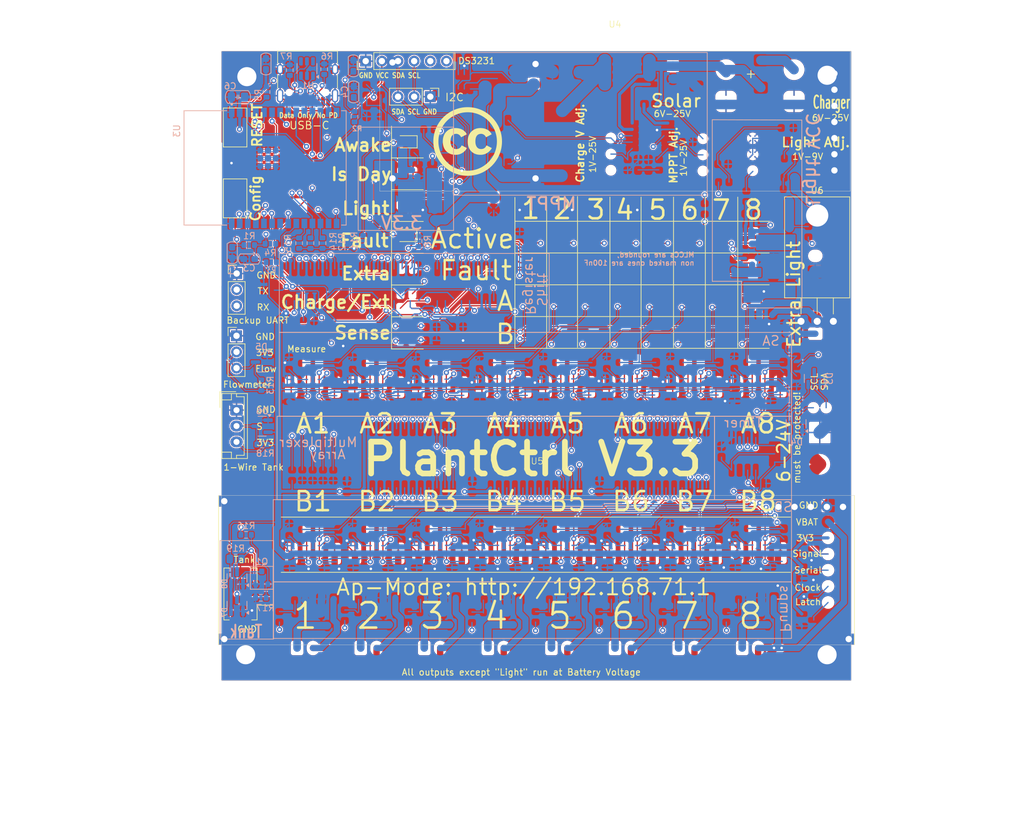
<source format=kicad_pcb>
(kicad_pcb
	(version 20241229)
	(generator "pcbnew")
	(generator_version "9.0")
	(general
		(thickness 1.6)
		(legacy_teardrops no)
	)
	(paper "A4")
	(layers
		(0 "F.Cu" signal)
		(4 "In1.Cu" signal)
		(6 "In2.Cu" signal)
		(2 "B.Cu" signal)
		(9 "F.Adhes" user "F.Adhesive")
		(11 "B.Adhes" user "B.Adhesive")
		(13 "F.Paste" user)
		(15 "B.Paste" user)
		(5 "F.SilkS" user "F.Silkscreen")
		(7 "B.SilkS" user "B.Silkscreen")
		(1 "F.Mask" user)
		(3 "B.Mask" user)
		(17 "Dwgs.User" user "User.Drawings")
		(19 "Cmts.User" user "User.Comments")
		(21 "Eco1.User" user "User.Eco1")
		(23 "Eco2.User" user "User.Eco2")
		(25 "Edge.Cuts" user)
		(27 "Margin" user)
		(31 "F.CrtYd" user "F.Courtyard")
		(29 "B.CrtYd" user "B.Courtyard")
		(35 "F.Fab" user)
		(33 "B.Fab" user)
	)
	(setup
		(stackup
			(layer "F.SilkS"
				(type "Top Silk Screen")
			)
			(layer "F.Paste"
				(type "Top Solder Paste")
			)
			(layer "F.Mask"
				(type "Top Solder Mask")
				(thickness 0.01)
			)
			(layer "F.Cu"
				(type "copper")
				(thickness 0.035)
			)
			(layer "dielectric 1"
				(type "prepreg")
				(thickness 0.1)
				(material "FR4")
				(epsilon_r 4.5)
				(loss_tangent 0.02)
			)
			(layer "In1.Cu"
				(type "copper")
				(thickness 0.035)
			)
			(layer "dielectric 2"
				(type "core")
				(thickness 1.24)
				(material "FR4")
				(epsilon_r 4.5)
				(loss_tangent 0.02)
			)
			(layer "In2.Cu"
				(type "copper")
				(thickness 0.035)
			)
			(layer "dielectric 3"
				(type "prepreg")
				(thickness 0.1)
				(material "FR4")
				(epsilon_r 4.5)
				(loss_tangent 0.02)
			)
			(layer "B.Cu"
				(type "copper")
				(thickness 0.035)
			)
			(layer "B.Mask"
				(type "Bottom Solder Mask")
				(thickness 0.01)
			)
			(layer "B.Paste"
				(type "Bottom Solder Paste")
			)
			(layer "B.SilkS"
				(type "Bottom Silk Screen")
			)
			(copper_finish "HAL lead-free")
			(dielectric_constraints no)
		)
		(pad_to_mask_clearance 0.05)
		(allow_soldermask_bridges_in_footprints no)
		(tenting front back)
		(aux_axis_origin 68.58 26.67)
		(grid_origin 68.58 26.67)
		(pcbplotparams
			(layerselection 0x00000000_00000000_5555555f_ffffffff)
			(plot_on_all_layers_selection 0x00000000_00000000_00000000_00000000)
			(disableapertmacros no)
			(usegerberextensions no)
			(usegerberattributes no)
			(usegerberadvancedattributes no)
			(creategerberjobfile no)
			(dashed_line_dash_ratio 12.000000)
			(dashed_line_gap_ratio 3.000000)
			(svgprecision 4)
			(plotframeref no)
			(mode 1)
			(useauxorigin no)
			(hpglpennumber 1)
			(hpglpenspeed 20)
			(hpglpendiameter 15.000000)
			(pdf_front_fp_property_popups yes)
			(pdf_back_fp_property_popups yes)
			(pdf_metadata yes)
			(pdf_single_document no)
			(dxfpolygonmode yes)
			(dxfimperialunits yes)
			(dxfusepcbnewfont yes)
			(psnegative no)
			(psa4output no)
			(plot_black_and_white yes)
			(plotinvisibletext no)
			(sketchpadsonfab no)
			(plotpadnumbers no)
			(hidednponfab no)
			(sketchdnponfab yes)
			(crossoutdnponfab yes)
			(subtractmaskfromsilk no)
			(outputformat 1)
			(mirror no)
			(drillshape 0)
			(scaleselection 1)
			(outputdirectory "gerber/")
		)
	)
	(net 0 "")
	(net 1 "EN")
	(net 2 "VBAT")
	(net 3 "GND")
	(net 4 "3_3V")
	(net 5 "Temp")
	(net 6 "Net-(C2-Pad2)")
	(net 7 "PUMP_ENABLE")
	(net 8 "TANK_SENSOR")
	(net 9 "Charge")
	(net 10 "unconnected-(U3-IO15-Pad23)")
	(net 11 "Net-(Q1-G)")
	(net 12 "ESP_RX")
	(net 13 "ESP_TX")
	(net 14 "Net-(Boot1-Pad2)")
	(net 15 "SDA")
	(net 16 "SCL")
	(net 17 "unconnected-(U3-IO23-Pad21)")
	(net 18 "Net-(CD1-A)")
	(net 19 "Net-(D1-K)")
	(net 20 "Net-(J7-Pin_1)")
	(net 21 "unconnected-(U4-GND-Pad10)")
	(net 22 "unconnected-(U4-GND-Pad9)")
	(net 23 "CD_Probe")
	(net 24 "IsDay")
	(net 25 "LED_ENABLE")
	(net 26 "Net-(J3-CC2)")
	(net 27 "WORKING")
	(net 28 "unconnected-(U4-GND-Pad8)")
	(net 29 "unconnected-(U4-GND-Pad11)")
	(net 30 "unconnected-(J3-SBU1-PadA8)")
	(net 31 "ENABLE_TANK")
	(net 32 "unconnected-(J3-SBU2-PadB8)")
	(net 33 "unconnected-(U4-3V3-Pad4)")
	(net 34 "Net-(J3-CC1)")
	(net 35 "USB_D-")
	(net 36 "FLOW")
	(net 37 "USB_D+")
	(net 38 "BOOT_SEL")
	(net 39 "WARN_LED")
	(net 40 "OE")
	(net 41 "unconnected-(U4-VBAT-Pad1)")
	(net 42 "SQW")
	(net 43 "32K")
	(net 44 "USB_BUS")
	(net 45 "Net-(R3-Pad1)")
	(net 46 "unconnected-(U1-I{slash}O2-Pad4)")
	(net 47 "unconnected-(U1-I{slash}O1-Pad6)")
	(net 48 "unconnected-(U3-IO8-Pad10)")
	(net 49 "unconnected-(U3-IO0-Pad8)")
	(net 50 "unconnected-(U3-NC-Pad22)")
	(net 51 "unconnected-(U5-SDA-Pad6)")
	(net 52 "unconnected-(U5-SCL-Pad5)")
	(net 53 "unconnected-(U5-GND-Pad2)")
	(net 54 "unconnected-(U5-3V3-Pad7)")
	(net 55 "unconnected-(U5-GND-Pad4)")
	(net 56 "unconnected-(U5-VCC-Pad8)")
	(net 57 "unconnected-(U5-GND-Pad1)")
	(net 58 "unconnected-(U5-GND-Pad3)")
	(footprint "MPPT:MPPT" (layer "F.Cu") (at 232.08 36.93))
	(footprint "Button_Switch_SMD:SW_SPST_CK_RS282G05A3" (layer "F.Cu") (at 172.33 52.67 90))
	(footprint "PumpOut:PumpModule" (layer "F.Cu") (at 219.93 105.67))
	(footprint "Button_Switch_SMD:SW_SPST_CK_RS282G05A3" (layer "F.Cu") (at 172.33 63.82 -90))
	(footprint "Connector_PinHeader_2.54mm:PinHeader_1x03_P2.54mm_Vertical" (layer "F.Cu") (at 172.555 85.445))
	(footprint "Connector_JST:JST_EH_B3B-EH-A_1x03_P2.50mm_Vertical" (layer "F.Cu") (at 172.555 97.145 -90))
	(footprint "LED_SMD:LED_0805_2012Metric" (layer "F.Cu") (at 199.23 69.6575 180))
	(footprint "Connector_PinHeader_2.54mm:PinHeader_1x06_P2.54mm_Vertical" (layer "F.Cu") (at 192.87 42.22 90))
	(footprint "Symbol:Symbol_CreativeCommons_SilkScreenTop_Type2_Big" (layer "F.Cu") (at 208.905 54.87))
	(footprint "Connector_JST:JST_PH_B2B-PH-SM4-TB_1x02-1MP_P2.00mm_Vertical" (layer "F.Cu") (at 174.93 126.07 90))
	(footprint "Connector_PinHeader_2.54mm:PinHeader_1x03_P2.54mm_Vertical" (layer "F.Cu") (at 172.58 75.645))
	(footprint "LED_SMD:LED_0805_2012Metric" (layer "F.Cu") (at 199.28 54.92 180))
	(footprint "Connector_USB:USB_C_Receptacle_HRO_TYPE-C-31-M-12" (layer "F.Cu") (at 183.725 44.545 180))
	(footprint "Package_TO_SOT_THT:TO-220-3_Horizontal_TabDown" (layer "F.Cu") (at 261.33 83.17))
	(footprint "Connector_PinHeader_2.54mm:PinHeader_1x03_P2.54mm_Vertical" (layer "F.Cu") (at 203.03 47.82 -90))
	(footprint "PCM_Capacitor_SMD_Handsoldering_AKL:C_0603_1608Metric_Pad1.08x0.95mm" (layer "B.Cu") (at 177.18 42.67 -90))
	(footprint "Resistor_SMD:R_0603_1608Metric" (layer "B.Cu") (at 184.18 70.87 90))
	(footprint "PCM_Capacitor_SMD_Handsoldering_AKL:C_0603_1608Metric_Pad1.08x0.95mm" (layer "B.Cu") (at 190.98 47.07 -90))
	(footprint "Resistor_SMD:R_0603_1608Metric" (layer "B.Cu") (at 191.105 50.97 90))
	(footprint "Resistor_SMD:R_0603_1608Metric" (layer "B.Cu") (at 176.38 126.67 180))
	(footprint "Package_TO_SOT_SMD:SOT-23" (layer "B.Cu") (at 176.455 89.5825 180))
	(footprint "Package_TO_SOT_SMD:SOT-23" (layer "B.Cu") (at 172.63 123.5325 90))
	(footprint "Resistor_SMD:R_0603_1608Metric" (layer "B.Cu") (at 192.48 70.495 -90))
	(footprint "Resistor_SMD:R_0603_1608Metric" (layer "B.Cu") (at 180.93 43.64 90))
	(footprint "Package_TO_SOT_SMD:SOT-23-6" (layer "B.Cu") (at 183.6325 43.4 90))
	(footprint "Package_TO_SOT_SMD:SOT-23" (layer "B.Cu") (at 176.58 99.67 180))
	(footprint "Resistor_SMD:R_0603_1608Metric" (layer "B.Cu") (at 178.02 73.87 180))
	(footprint "Resistor_SMD:R_0603_1608Metric" (layer "B.Cu") (at 174.055 116.77 180))
	(footprint "PCM_Capacitor_SMD_Handsoldering_AKL:C_0603_1608Metric_Pad1.08x0.95mm" (layer "B.Cu") (at 171.88 72.37 90))
	(footprint "Package_TO_SOT_SMD:SOT-23" (layer "B.Cu") (at 260.555 99.2825 90))
	(footprint "Resistor_SMD:R_0603_1608Metric" (layer "B.Cu") (at 182.4 70.87 -90))
	(footprint "Resistor_SMD:R_0603_1608Metric" (layer "B.Cu") (at 176.58 102.545 180))
	(footprint "PCM_Capacitor_SMD_Handsoldering_AKL:C_0805_2012Metric_Pad1.18x1.45mm" (layer "B.Cu") (at 172.78 47.87 180))
	(footprint "PCM_Capacitor_SMD_Handsoldering_AKL:C_0603_1608Metric_Pad1.08x0.95mm" (layer "B.Cu") (at 174.555 73.37))
	(footprint "Resistor_SMD:R_0805_2012Metric" (layer "B.Cu") (at 172.405 120.56 180))
	(footprint "Resistor_SMD:R_0603_1608Metric" (layer "B.Cu") (at 201.18 70.57 90))
	(footprint "esp32c6:XCVR_ESP32-C6-WROOM-1-N8"
		(layer "B.Cu")
		(uuid "a624af3d-bffa-4ff7-9554-e16d3c677f69")
		(at 177.05 59.025 -90)
		(property "Reference" "U3"
			(at -5.825 13.885 90)
			(layer "B.SilkS")
			(uuid "d5b33f4a-25c8-411f-8cf3-b0ddb5cf04b9")
			(effects
				(font
					(size 1 1)
					(thickness 0.15)
				)
				(justify mirror)
			)
		)
		(property "Value" 
... [3193699 chars truncated]
</source>
